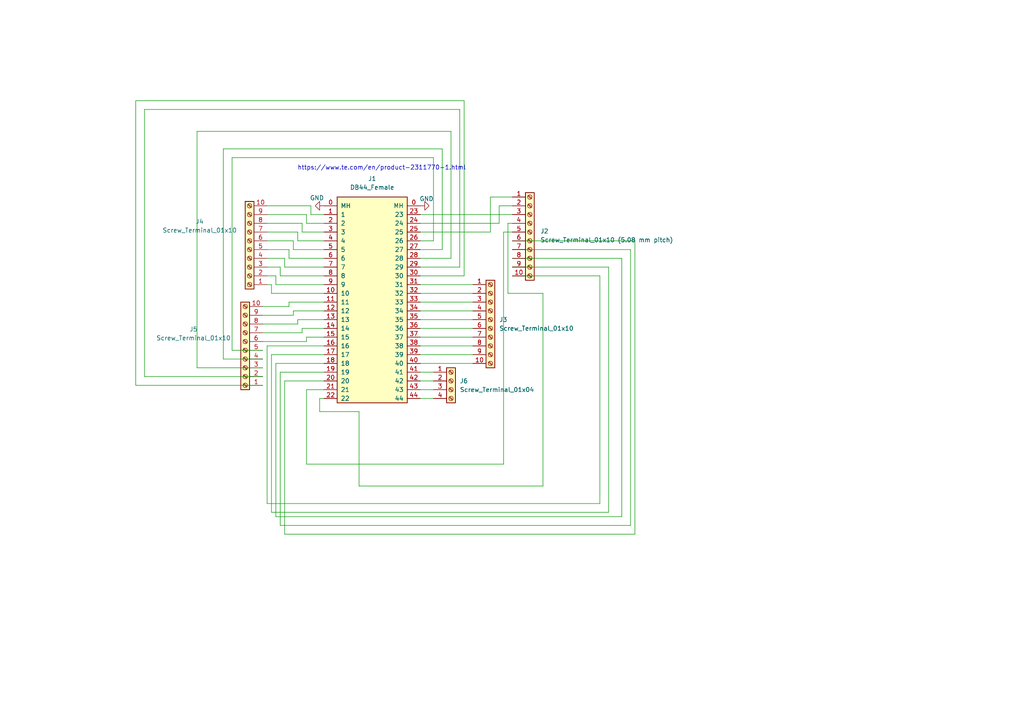
<source format=kicad_sch>
(kicad_sch (version 20250114) (generator "eeschema") (generator_version "9.0")
  (paper "A4")
  (lib_symbols
    (symbol "Connector:Screw_Terminal_01x04" (pin_names (offset 1.016) (hide yes))
      (property "Reference" "J" (at 0 5.08 0))
      (property "Value" "Screw_Terminal_01x04" (at 0 -7.62 0))
      (symbol "Screw_Terminal_01x04_1_1"
        (rectangle (start -1.27 3.81) (end 1.27 -6.35) (stroke (width 0.254)) (fill (type background)))
        (polyline (pts (xy -0.5334 2.8702) (xy 0.3302 2.032)) (stroke (width 0.1524)))
        (polyline (pts (xy -0.5334 0.3302) (xy 0.3302 -0.508)) (stroke (width 0.1524)))
        (polyline (pts (xy -0.5334 -2.2098) (xy 0.3302 -3.048)) (stroke (width 0.1524)))
        (polyline (pts (xy -0.5334 -4.7498) (xy 0.3302 -5.588)) (stroke (width 0.1524)))
        (polyline (pts (xy -0.3556 3.048) (xy 0.508 2.2098)) (stroke (width 0.1524)))
        (polyline (pts (xy -0.3556 0.508) (xy 0.508 -0.3302)) (stroke (width 0.1524)))
        (polyline (pts (xy -0.3556 -2.032) (xy 0.508 -2.8702)) (stroke (width 0.1524)))
        (polyline (pts (xy -0.3556 -4.572) (xy 0.508 -5.4102)) (stroke (width 0.1524)))
        (circle (center 0 2.54) (radius 0.635) (stroke (width 0.1524)))
        (circle (center 0 0) (radius 0.635) (stroke (width 0.1524)))
        (circle (center 0 -2.54) (radius 0.635) (stroke (width 0.1524)))
        (circle (center 0 -5.08) (radius 0.635) (stroke (width 0.1524)))
        (pin passive line (at -5.08 2.54 0) (length 3.81) (name "Pin_1") (number "1"))
        (pin passive line (at -5.08 0 0) (length 3.81) (name "Pin_2") (number "2"))
        (pin passive line (at -5.08 -2.54 0) (length 3.81) (name "Pin_3") (number "3"))
        (pin passive line (at -5.08 -5.08 0) (length 3.81) (name "Pin_4") (number "4"))
      )
    )
    (symbol "Connector:Screw_Terminal_01x10" (pin_names (offset 1.016) (hide yes))
      (property "Reference" "J" (at 0 12.7 0))
      (property "Value" "Screw_Terminal_01x10" (at 0 -15.24 0))
      (symbol "Screw_Terminal_01x10_1_1"
        (rectangle (start -1.27 11.43) (end 1.27 -13.97) (stroke (width 0.254)) (fill (type background)))
        (polyline (pts (xy -0.5334 10.4902) (xy 0.3302 9.652)) (stroke (width 0.1524)))
        (polyline (pts (xy -0.5334 7.9502) (xy 0.3302 7.112)) (stroke (width 0.1524)))
        (polyline (pts (xy -0.5334 5.4102) (xy 0.3302 4.572)) (stroke (width 0.1524)))
        (polyline (pts (xy -0.5334 2.8702) (xy 0.3302 2.032)) (stroke (width 0.1524)))
        (polyline (pts (xy -0.5334 0.3302) (xy 0.3302 -0.508)) (stroke (width 0.1524)))
        (polyline (pts (xy -0.5334 -2.2098) (xy 0.3302 -3.048)) (stroke (width 0.1524)))
        (polyline (pts (xy -0.5334 -4.7498) (xy 0.3302 -5.588)) (stroke (width 0.1524)))
        (polyline (pts (xy -0.5334 -7.2898) (xy 0.3302 -8.128)) (stroke (width 0.1524)))
        (polyline (pts (xy -0.5334 -9.8298) (xy 0.3302 -10.668)) (stroke (width 0.1524)))
        (polyline (pts (xy -0.5334 -12.3698) (xy 0.3302 -13.208)) (stroke (width 0.1524)))
        (polyline (pts (xy -0.3556 10.668) (xy 0.508 9.8298)) (stroke (width 0.1524)))
        (polyline (pts (xy -0.3556 8.128) (xy 0.508 7.2898)) (stroke (width 0.1524)))
        (polyline (pts (xy -0.3556 5.588) (xy 0.508 4.7498)) (stroke (width 0.1524)))
        (polyline (pts (xy -0.3556 3.048) (xy 0.508 2.2098)) (stroke (width 0.1524)))
        (polyline (pts (xy -0.3556 0.508) (xy 0.508 -0.3302)) (stroke (width 0.1524)))
        (polyline (pts (xy -0.3556 -2.032) (xy 0.508 -2.8702)) (stroke (width 0.1524)))
        (polyline (pts (xy -0.3556 -4.572) (xy 0.508 -5.4102)) (stroke (width 0.1524)))
        (polyline (pts (xy -0.3556 -7.112) (xy 0.508 -7.9502)) (stroke (width 0.1524)))
        (polyline (pts (xy -0.3556 -9.652) (xy 0.508 -10.4902)) (stroke (width 0.1524)))
        (polyline (pts (xy -0.3556 -12.192) (xy 0.508 -13.0302)) (stroke (width 0.1524)))
        (circle (center 0 10.16) (radius 0.635) (stroke (width 0.1524)))
        (circle (center 0 7.62) (radius 0.635) (stroke (width 0.1524)))
        (circle (center 0 5.08) (radius 0.635) (stroke (width 0.1524)))
        (circle (center 0 2.54) (radius 0.635) (stroke (width 0.1524)))
        (circle (center 0 0) (radius 0.635) (stroke (width 0.1524)))
        (circle (center 0 -2.54) (radius 0.635) (stroke (width 0.1524)))
        (circle (center 0 -5.08) (radius 0.635) (stroke (width 0.1524)))
        (circle (center 0 -7.62) (radius 0.635) (stroke (width 0.1524)))
        (circle (center 0 -10.16) (radius 0.635) (stroke (width 0.1524)))
        (circle (center 0 -12.7) (radius 0.635) (stroke (width 0.1524)))
        (pin passive line (at -5.08 10.16 0) (length 3.81) (name "Pin_1") (number "1"))
        (pin passive line (at -5.08 7.62 0) (length 3.81) (name "Pin_2") (number "2"))
        (pin passive line (at -5.08 5.08 0) (length 3.81) (name "Pin_3") (number "3"))
        (pin passive line (at -5.08 2.54 0) (length 3.81) (name "Pin_4") (number "4"))
        (pin passive line (at -5.08 0 0) (length 3.81) (name "Pin_5") (number "5"))
        (pin passive line (at -5.08 -2.54 0) (length 3.81) (name "Pin_6") (number "6"))
        (pin passive line (at -5.08 -5.08 0) (length 3.81) (name "Pin_7") (number "7"))
        (pin passive line (at -5.08 -7.62 0) (length 3.81) (name "Pin_8") (number "8"))
        (pin passive line (at -5.08 -10.16 0) (length 3.81) (name "Pin_9") (number "9"))
        (pin passive line (at -5.08 -12.7 0) (length 3.81) (name "Pin_10") (number "10"))
      )
    )
    (symbol "DB44_Female:DB44_Female" (pin_names (offset 1.016))
      (property "Reference" "J1" (at 0 37.084 0))
      (property "Value" "DB44_Female" (at 0 34.544 0))
      (symbol "DB44_Female_0_1"
        (rectangle (start -10.16 31.75) (end 10.16 -27.94) (stroke (width 0.254)) (fill (type background)))
      )
      (symbol "DB44_Female_1_1"
        (pin passive line (at -13.97 29.21 0) (length 3.81) (name "MH") (number "0"))
        (pin passive line (at -13.97 26.67 0) (length 3.81) (name "1") (number "1"))
        (pin passive line (at -13.97 24.13 0) (length 3.81) (name "2") (number "2"))
        (pin passive line (at -13.97 21.59 0) (length 3.81) (name "3") (number "3"))
        (pin passive line (at -13.97 19.05 0) (length 3.81) (name "4") (number "4"))
        (pin passive line (at -13.97 16.51 0) (length 3.81) (name "5") (number "5"))
        (pin passive line (at -13.97 13.97 0) (length 3.81) (name "6") (number "6"))
        (pin passive line (at -13.97 11.43 0) (length 3.81) (name "7") (number "7"))
        (pin passive line (at -13.97 8.89 0) (length 3.81) (name "8") (number "8"))
        (pin passive line (at -13.97 6.35 0) (length 3.81) (name "9") (number "9"))
        (pin passive line (at -13.97 3.81 0) (length 3.81) (name "10") (number "10"))
        (pin passive line (at -13.97 1.27 0) (length 3.81) (name "11") (number "11"))
        (pin passive line (at -13.97 -1.27 0) (length 3.81) (name "12") (number "12"))
        (pin passive line (at -13.97 -3.81 0) (length 3.81) (name "13") (number "13"))
        (pin passive line (at -13.97 -6.35 0) (length 3.81) (name "14") (number "14"))
        (pin passive line (at -13.97 -8.89 0) (length 3.81) (name "15") (number "15"))
        (pin passive line (at -13.97 -11.43 0) (length 3.81) (name "16") (number "16"))
        (pin passive line (at -13.97 -13.97 0) (length 3.81) (name "17") (number "17"))
        (pin passive line (at -13.97 -16.51 0) (length 3.81) (name "18") (number "18"))
        (pin passive line (at -13.97 -19.05 0) (length 3.81) (name "19") (number "19"))
        (pin passive line (at -13.97 -21.59 0) (length 3.81) (name "20") (number "20"))
        (pin passive line (at -13.97 -24.13 0) (length 3.81) (name "21") (number "21"))
        (pin passive line (at -13.97 -26.67 0) (length 3.81) (name "22") (number "22"))
        (pin passive line (at 13.97 29.21 180) (length 3.81) (name "MH") (number "0"))
        (pin passive line (at 13.97 26.67 180) (length 3.81) (name "23") (number "23"))
        (pin passive line (at 13.97 24.13 180) (length 3.81) (name "24") (number "24"))
        (pin passive line (at 13.97 21.59 180) (length 3.81) (name "25") (number "25"))
        (pin passive line (at 13.97 19.05 180) (length 3.81) (name "26") (number "26"))
        (pin passive line (at 13.97 16.51 180) (length 3.81) (name "27") (number "27"))
        (pin passive line (at 13.97 13.97 180) (length 3.81) (name "28") (number "28"))
        (pin passive line (at 13.97 11.43 180) (length 3.81) (name "29") (number "29"))
        (pin passive line (at 13.97 8.89 180) (length 3.81) (name "30") (number "30"))
        (pin passive line (at 13.97 6.35 180) (length 3.81) (name "31") (number "31"))
        (pin passive line (at 13.97 3.81 180) (length 3.81) (name "32") (number "32"))
        (pin passive line (at 13.97 1.27 180) (length 3.81) (name "33") (number "33"))
        (pin passive line (at 13.97 -1.27 180) (length 3.81) (name "34") (number "34"))
        (pin passive line (at 13.97 -3.81 180) (length 3.81) (name "35") (number "35"))
        (pin passive line (at 13.97 -6.35 180) (length 3.81) (name "36") (number "36"))
        (pin passive line (at 13.97 -8.89 180) (length 3.81) (name "37") (number "37"))
        (pin passive line (at 13.97 -11.43 180) (length 3.81) (name "38") (number "38"))
        (pin passive line (at 13.97 -13.97 180) (length 3.81) (name "39") (number "39"))
        (pin passive line (at 13.97 -16.51 180) (length 3.81) (name "40") (number "40"))
        (pin passive line (at 13.97 -19.05 180) (length 3.81) (name "41") (number "41"))
        (pin passive line (at 13.97 -21.59 180) (length 3.81) (name "42") (number "42"))
        (pin passive line (at 13.97 -24.13 180) (length 3.81) (name "43") (number "43"))
        (pin passive line (at 13.97 -26.67 180) (length 3.81) (name "44") (number "44"))
      )
    )
    (symbol "power:GND" (power) (pin_numbers (hide yes)) (pin_names (offset 0) (hide yes))
      (property "Value" "GND" (at 0 -3.81 0))
      (symbol "GND_0_1"
        (polyline (pts (xy 0 0) (xy 0 -1.27) (xy 1.27 -1.27) (xy 0 -2.54) (xy -1.27 -1.27) (xy 0 -1.27)))
      )
      (symbol "GND_1_1"
        (pin power_in line (at 0 0 270) (length 0) (name "~") (number "1"))
      )
    )
  )
  (text "https://www.te.com/en/product-2311770-1.html" (at 110.744 48.768 0) (effects (font (size 1.27 1.27))))
  (wire (pts (xy 81.28 80.01) (xy 93.98 80.01)))
  (wire (pts (xy 157.48 140.97) (xy 104.14 140.97)))
  (wire (pts (xy 80.01 105.41) (xy 93.98 105.41)))
  (wire (pts (xy 82.55 77.47) (xy 93.98 77.47)))
  (wire (pts (xy 78.74 82.55) (xy 78.74 85.09)))
  (wire (pts (xy 184.15 154.94) (xy 82.55 154.94)))
  (wire (pts (xy 83.82 87.63) (xy 93.98 87.63)))
  (wire (pts (xy 121.92 74.93) (xy 130.81 74.93)))
  (wire (pts (xy 180.34 74.93) (xy 180.34 149.86)))
  (wire (pts (xy 182.88 152.4) (xy 182.88 72.39)))
  (wire (pts (xy 82.55 154.94) (xy 82.55 110.49)))
  (wire (pts (xy 93.98 107.95) (xy 81.28 107.95)))
  (wire (pts (xy 146.05 67.31) (xy 148.59 67.31)))
  (wire (pts (xy 81.28 152.4) (xy 182.88 152.4)))
  (wire (pts (xy 76.2 91.44) (xy 85.09 91.44)))
  (wire (pts (xy 78.74 85.09) (xy 93.98 85.09)))
  (wire (pts (xy 88.9 113.03) (xy 93.98 113.03)))
  (wire (pts (xy 77.47 146.05) (xy 173.99 146.05)))
  (wire (pts (xy 77.47 77.47) (xy 81.28 77.47)))
  (wire (pts (xy 88.9 99.06) (xy 88.9 97.79)))
  (wire (pts (xy 80.01 149.86) (xy 80.01 105.41)))
  (wire (pts (xy 148.59 80.01) (xy 173.99 80.01)))
  (wire (pts (xy 77.47 62.23) (xy 88.9 62.23)))
  (wire (pts (xy 180.34 149.86) (xy 80.01 149.86)))
  (wire (pts (xy 85.09 69.85) (xy 85.09 72.39)))
  (wire (pts (xy 148.59 69.85) (xy 184.15 69.85)))
  (wire (pts (xy 78.74 148.59) (xy 176.53 148.59)))
  (wire (pts (xy 87.63 95.25) (xy 93.98 95.25)))
  (wire (pts (xy 184.15 69.85) (xy 184.15 154.94)))
  (wire (pts (xy 104.14 119.38) (xy 92.71 119.38)))
  (wire (pts (xy 104.14 140.97) (xy 104.14 119.38)))
  (wire (pts (xy 86.36 69.85) (xy 93.98 69.85)))
  (wire (pts (xy 83.82 72.39) (xy 83.82 74.93)))
  (wire (pts (xy 88.9 134.62) (xy 88.9 113.03)))
  (wire (pts (xy 92.71 119.38) (xy 92.71 115.57)))
  (wire (pts (xy 121.92 72.39) (xy 128.27 72.39)))
  (wire (pts (xy 137.16 90.17) (xy 121.92 90.17)))
  (wire (pts (xy 147.32 64.77) (xy 147.32 85.09)))
  (wire (pts (xy 137.16 100.33) (xy 121.92 100.33)))
  (wire (pts (xy 125.73 113.03) (xy 121.92 113.03)))
  (wire (pts (xy 82.55 74.93) (xy 82.55 77.47)))
  (wire (pts (xy 121.92 77.47) (xy 133.35 77.47)))
  (wire (pts (xy 121.92 62.23) (xy 148.59 62.23)))
  (wire (pts (xy 76.2 96.52) (xy 87.63 96.52)))
  (wire (pts (xy 137.16 85.09) (xy 121.92 85.09)))
  (wire (pts (xy 133.35 77.47) (xy 133.35 31.75)))
  (wire (pts (xy 67.31 101.6) (xy 76.2 101.6)))
  (wire (pts (xy 148.59 72.39) (xy 182.88 72.39)))
  (wire (pts (xy 137.16 105.41) (xy 121.92 105.41)))
  (wire (pts (xy 77.47 82.55) (xy 78.74 82.55)))
  (wire (pts (xy 148.59 57.15) (xy 142.24 57.15)))
  (wire (pts (xy 80.01 80.01) (xy 80.01 82.55)))
  (wire (pts (xy 125.73 107.95) (xy 121.92 107.95)))
  (wire (pts (xy 146.05 67.31) (xy 146.05 134.62)))
  (wire (pts (xy 147.32 85.09) (xy 157.48 85.09)))
  (wire (pts (xy 144.78 59.69) (xy 148.59 59.69)))
  (wire (pts (xy 78.74 102.87) (xy 78.74 148.59)))
  (wire (pts (xy 125.73 45.72) (xy 67.31 45.72)))
  (wire (pts (xy 86.36 67.31) (xy 86.36 69.85)))
  (wire (pts (xy 87.63 96.52) (xy 87.63 95.25)))
  (wire (pts (xy 64.77 43.18) (xy 64.77 104.14)))
  (wire (pts (xy 93.98 100.33) (xy 77.47 100.33)))
  (wire (pts (xy 77.47 100.33) (xy 77.47 146.05)))
  (wire (pts (xy 76.2 88.9) (xy 83.82 88.9)))
  (wire (pts (xy 128.27 43.18) (xy 64.77 43.18)))
  (wire (pts (xy 88.9 62.23) (xy 88.9 64.77)))
  (wire (pts (xy 85.09 90.17) (xy 93.98 90.17)))
  (wire (pts (xy 90.17 62.23) (xy 93.98 62.23)))
  (wire (pts (xy 76.2 99.06) (xy 88.9 99.06)))
  (wire (pts (xy 128.27 72.39) (xy 128.27 43.18)))
  (wire (pts (xy 39.37 111.76) (xy 76.2 111.76)))
  (wire (pts (xy 130.81 74.93) (xy 130.81 38.1)))
  (wire (pts (xy 39.37 29.21) (xy 39.37 111.76)))
  (wire (pts (xy 77.47 74.93) (xy 82.55 74.93)))
  (wire (pts (xy 77.47 72.39) (xy 83.82 72.39)))
  (wire (pts (xy 121.92 64.77) (xy 144.78 64.77)))
  (wire (pts (xy 121.92 80.01) (xy 134.62 80.01)))
  (wire (pts (xy 67.31 45.72) (xy 67.31 101.6)))
  (wire (pts (xy 90.17 59.69) (xy 90.17 62.23)))
  (wire (pts (xy 80.01 82.55) (xy 93.98 82.55)))
  (wire (pts (xy 137.16 92.71) (xy 121.92 92.71)))
  (wire (pts (xy 142.24 57.15) (xy 142.24 67.31)))
  (wire (pts (xy 173.99 146.05) (xy 173.99 80.01)))
  (wire (pts (xy 83.82 74.93) (xy 93.98 74.93)))
  (wire (pts (xy 146.05 134.62) (xy 88.9 134.62)))
  (wire (pts (xy 93.98 102.87) (xy 78.74 102.87)))
  (wire (pts (xy 81.28 107.95) (xy 81.28 152.4)))
  (wire (pts (xy 87.63 67.31) (xy 93.98 67.31)))
  (wire (pts (xy 130.81 38.1) (xy 57.15 38.1)))
  (wire (pts (xy 137.16 82.55) (xy 121.92 82.55)))
  (wire (pts (xy 134.62 80.01) (xy 134.62 29.21)))
  (wire (pts (xy 133.35 31.75) (xy 41.91 31.75)))
  (wire (pts (xy 148.59 64.77) (xy 147.32 64.77)))
  (wire (pts (xy 81.28 77.47) (xy 81.28 80.01)))
  (wire (pts (xy 125.73 69.85) (xy 125.73 45.72)))
  (wire (pts (xy 83.82 88.9) (xy 83.82 87.63)))
  (wire (pts (xy 86.36 92.71) (xy 93.98 92.71)))
  (wire (pts (xy 77.47 67.31) (xy 86.36 67.31)))
  (wire (pts (xy 125.73 115.57) (xy 121.92 115.57)))
  (wire (pts (xy 87.63 64.77) (xy 87.63 67.31)))
  (wire (pts (xy 77.47 64.77) (xy 87.63 64.77)))
  (wire (pts (xy 88.9 97.79) (xy 93.98 97.79)))
  (wire (pts (xy 82.55 110.49) (xy 93.98 110.49)))
  (wire (pts (xy 125.73 110.49) (xy 121.92 110.49)))
  (wire (pts (xy 77.47 69.85) (xy 85.09 69.85)))
  (wire (pts (xy 57.15 38.1) (xy 57.15 106.68)))
  (wire (pts (xy 57.15 106.68) (xy 76.2 106.68)))
  (wire (pts (xy 137.16 87.63) (xy 121.92 87.63)))
  (wire (pts (xy 134.62 29.21) (xy 39.37 29.21)))
  (wire (pts (xy 144.78 64.77) (xy 144.78 59.69)))
  (wire (pts (xy 77.47 80.01) (xy 80.01 80.01)))
  (wire (pts (xy 41.91 31.75) (xy 41.91 109.22)))
  (wire (pts (xy 121.92 69.85) (xy 125.73 69.85)))
  (wire (pts (xy 137.16 102.87) (xy 121.92 102.87)))
  (wire (pts (xy 88.9 64.77) (xy 93.98 64.77)))
  (wire (pts (xy 41.91 109.22) (xy 76.2 109.22)))
  (wire (pts (xy 148.59 74.93) (xy 180.34 74.93)))
  (wire (pts (xy 176.53 148.59) (xy 176.53 77.47)))
  (wire (pts (xy 76.2 93.98) (xy 86.36 93.98)))
  (wire (pts (xy 64.77 104.14) (xy 76.2 104.14)))
  (wire (pts (xy 85.09 91.44) (xy 85.09 90.17)))
  (wire (pts (xy 137.16 97.79) (xy 121.92 97.79)))
  (wire (pts (xy 77.47 59.69) (xy 90.17 59.69)))
  (wire (pts (xy 121.92 67.31) (xy 142.24 67.31)))
  (wire (pts (xy 92.71 115.57) (xy 93.98 115.57)))
  (wire (pts (xy 85.09 72.39) (xy 93.98 72.39)))
  (wire (pts (xy 137.16 95.25) (xy 121.92 95.25)))
  (wire (pts (xy 176.53 77.47) (xy 148.59 77.47)))
  (wire (pts (xy 86.36 93.98) (xy 86.36 92.71)))
  (wire (pts (xy 157.48 85.09) (xy 157.48 140.97)))
  (symbol (lib_id "power:GND") (at 93.98 59.69 270) (unit 1)
    (property "Reference" "#PWR01" (effects (hide yes)))
    (property "Value" "GND" (at 93.98 57.404 90) (effects (justify right)))
    (property "Description" "Power symbol creates a global label with name \"GND\" , ground" (effects (hide yes)))
  )
  (symbol (lib_id "Connector:Screw_Terminal_01x10") (at 142.24 92.71 0) (unit 1)
    (property "Reference" "J3" (at 144.78 92.7099 0) (effects (justify left)))
    (property "Value" "Screw_Terminal_01x10" (at 144.78 95.2499 0) (effects (justify left)))
    (property "Footprint" "TerminalBlock_RND:TerminalBlock_RND_205-00240_1x10_P5.08mm_Horizontal" (effects (hide yes)))
    (property "Description" "Generic screw terminal, single row, 01x10, script generated (kicad-library-utils/schlib/autogen/connector/)" (effects (hide yes)))
  )
  (symbol (lib_id "Connector:Screw_Terminal_01x04") (at 130.81 110.49 0) (unit 1)
    (property "Reference" "J6" (at 133.35 110.4899 0) (effects (justify left)))
    (property "Value" "Screw_Terminal_01x04" (at 133.35 113.0299 0) (effects (justify left)))
    (property "Footprint" "TerminalBlock_RND:TerminalBlock_RND_205-00234_1x04_P5.08mm_Horizontal" (effects (hide yes)))
    (property "Description" "Generic screw terminal, single row, 01x04, script generated (kicad-library-utils/schlib/autogen/connector/)" (effects (hide yes)))
  )
  (symbol (lib_id "Connector:Screw_Terminal_01x10") (at 153.67 67.31 0) (unit 1)
    (property "Reference" "J2" (at 156.718 67.056 0) (effects (justify left)))
    (property "Value" "Screw_Terminal_01x10 (5.08 mm pitch)" (at 156.718 69.596 0) (effects (justify left)))
    (property "Footprint" "TerminalBlock_RND:TerminalBlock_RND_205-00240_1x10_P5.08mm_Horizontal" (effects (hide yes)))
    (property "Description" "Generic screw terminal, single row, 01x10, script generated (kicad-library-utils/schlib/autogen/connector/)" (effects (hide yes)))
  )
  (symbol (lib_id "power:GND") (at 121.92 59.69 90) (unit 1)
    (property "Reference" "#PWR02" (effects (hide yes)))
    (property "Value" "GND" (at 121.666 57.658 90) (effects (justify right)))
    (property "Description" "Power symbol creates a global label with name \"GND\" , ground" (effects (hide yes)))
  )
  (symbol (lib_id "Connector:Screw_Terminal_01x10") (at 72.39 72.39 180) (unit 1)
    (property "Reference" "J4" (at 57.912 64.262 0))
    (property "Value" "Screw_Terminal_01x10" (at 57.912 66.802 0))
    (property "Footprint" "TerminalBlock_RND:TerminalBlock_RND_205-00240_1x10_P5.08mm_Horizontal" (effects (hide yes)))
    (property "Description" "Generic screw terminal, single row, 01x10, script generated (kicad-library-utils/schlib/autogen/connector/)" (effects (hide yes)))
  )
  (symbol (lib_id "Connector:Screw_Terminal_01x10") (at 71.12 101.6 180) (unit 1)
    (property "Reference" "J5" (at 56.134 95.504 0))
    (property "Value" "Screw_Terminal_01x10" (at 56.134 98.044 0))
    (property "Footprint" "TerminalBlock_RND:TerminalBlock_RND_205-00240_1x10_P5.08mm_Horizontal" (effects (hide yes)))
    (property "Description" "Generic screw terminal, single row, 01x10, script generated (kicad-library-utils/schlib/autogen/connector/)" (effects (hide yes)))
  )
  (symbol (lib_id "DB44_Female:DB44_Female") (at 107.95 88.9 0) (unit 1)
    (property "Reference" "J1" (at 107.95 51.816 0))
    (property "Value" "DB44_Female" (at 107.95 54.356 0))
    (property "Footprint" "22XT_Main:female-DB44-TE-2311770-1" (effects (hide yes)))
    (property "Description" "DB44 Female D-Sub Connector, 44 pins, High Density" (effects (hide yes)))
  )
)
</source>
